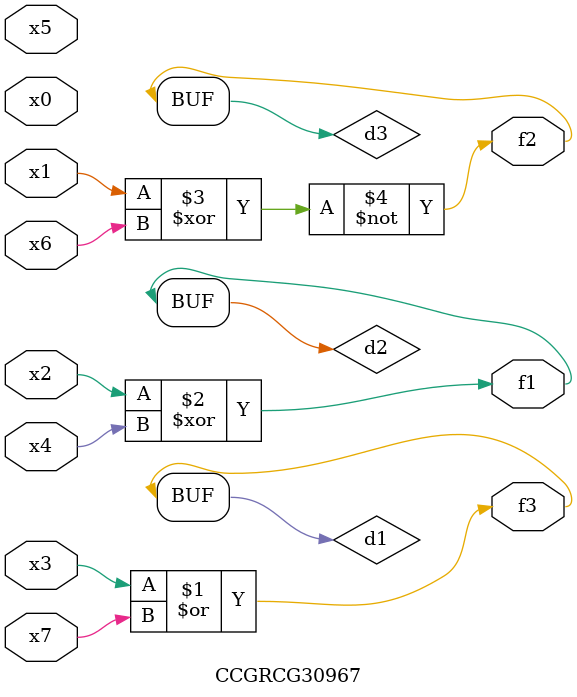
<source format=v>
module CCGRCG30967(
	input x0, x1, x2, x3, x4, x5, x6, x7,
	output f1, f2, f3
);

	wire d1, d2, d3;

	or (d1, x3, x7);
	xor (d2, x2, x4);
	xnor (d3, x1, x6);
	assign f1 = d2;
	assign f2 = d3;
	assign f3 = d1;
endmodule

</source>
